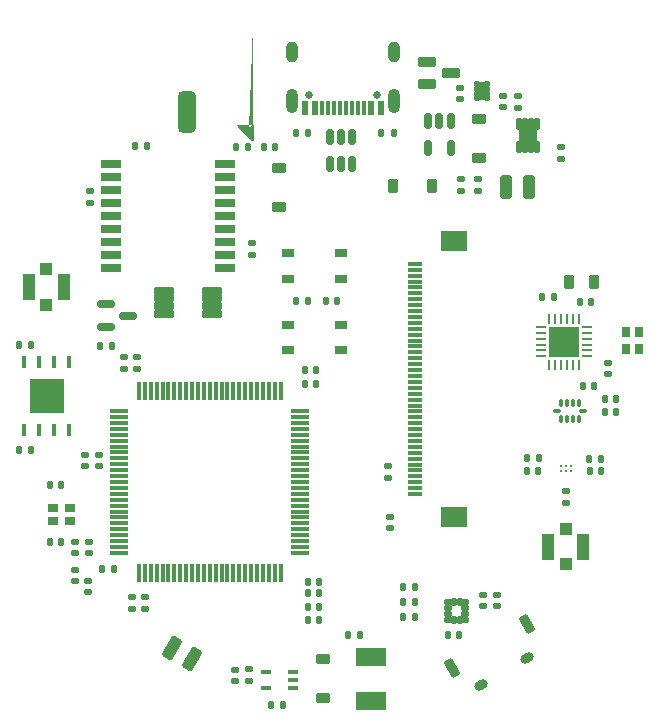
<source format=gbr>
%TF.GenerationSoftware,KiCad,Pcbnew,8.0.1*%
%TF.CreationDate,2024-08-18T17:01:31-04:00*%
%TF.ProjectId,stm32h7,73746d33-3268-4372-9e6b-696361645f70,rev?*%
%TF.SameCoordinates,Original*%
%TF.FileFunction,Soldermask,Top*%
%TF.FilePolarity,Negative*%
%FSLAX46Y46*%
G04 Gerber Fmt 4.6, Leading zero omitted, Abs format (unit mm)*
G04 Created by KiCad (PCBNEW 8.0.1) date 2024-08-18 17:01:31*
%MOMM*%
%LPD*%
G01*
G04 APERTURE LIST*
G04 Aperture macros list*
%AMRoundRect*
0 Rectangle with rounded corners*
0 $1 Rounding radius*
0 $2 $3 $4 $5 $6 $7 $8 $9 X,Y pos of 4 corners*
0 Add a 4 corners polygon primitive as box body*
4,1,4,$2,$3,$4,$5,$6,$7,$8,$9,$2,$3,0*
0 Add four circle primitives for the rounded corners*
1,1,$1+$1,$2,$3*
1,1,$1+$1,$4,$5*
1,1,$1+$1,$6,$7*
1,1,$1+$1,$8,$9*
0 Add four rect primitives between the rounded corners*
20,1,$1+$1,$2,$3,$4,$5,0*
20,1,$1+$1,$4,$5,$6,$7,0*
20,1,$1+$1,$6,$7,$8,$9,0*
20,1,$1+$1,$8,$9,$2,$3,0*%
%AMHorizOval*
0 Thick line with rounded ends*
0 $1 width*
0 $2 $3 position (X,Y) of the first rounded end (center of the circle)*
0 $4 $5 position (X,Y) of the second rounded end (center of the circle)*
0 Add line between two ends*
20,1,$1,$2,$3,$4,$5,0*
0 Add two circle primitives to create the rounded ends*
1,1,$1,$2,$3*
1,1,$1,$4,$5*%
%AMFreePoly0*
4,1,50,0.364509,0.373079,0.400557,0.358147,0.402331,0.356372,0.403779,0.355902,0.406374,0.352329,0.428147,0.330557,0.436043,0.311493,0.440106,0.305902,0.441186,0.299076,0.443079,0.294509,0.443090,0.287057,0.445000,0.275000,0.445000,-0.965000,0.443079,-0.984509,0.428147,-1.020558,0.426371,-1.022333,0.425902,-1.023779,0.422332,-1.026372,0.400558,-1.048147,0.381492,-1.056044,
0.375902,-1.060106,0.371686,-1.060106,0.364509,-1.063079,0.325491,-1.063079,0.318314,-1.060106,0.314098,-1.060106,0.305304,-1.054717,0.289443,-1.048147,0.281262,-1.039984,0.274289,-1.035711,-0.965711,0.204289,-0.978147,0.219443,-0.993079,0.255491,-0.993079,0.258002,-0.993769,0.259357,-0.993079,0.263713,-0.993079,0.294509,-0.985182,0.313573,-0.984101,0.320399,-0.981119,0.323380,
-0.978147,0.330557,-0.950557,0.358147,-0.943380,0.361119,-0.940399,0.364101,-0.930371,0.366508,-0.914509,0.373079,-0.902928,0.373096,-0.895000,0.375000,0.345000,0.375000,0.364509,0.373079,0.364509,0.373079,$1*%
G04 Aperture macros list end*
%ADD10RoundRect,0.140000X-0.140000X-0.170000X0.140000X-0.170000X0.140000X0.170000X-0.140000X0.170000X0*%
%ADD11RoundRect,0.140000X0.170000X-0.140000X0.170000X0.140000X-0.170000X0.140000X-0.170000X-0.140000X0*%
%ADD12RoundRect,0.135000X-0.135000X-0.185000X0.135000X-0.185000X0.135000X0.185000X-0.135000X0.185000X0*%
%ADD13RoundRect,0.140000X0.140000X0.170000X-0.140000X0.170000X-0.140000X-0.170000X0.140000X-0.170000X0*%
%ADD14RoundRect,0.147500X-0.172500X0.147500X-0.172500X-0.147500X0.172500X-0.147500X0.172500X0.147500X0*%
%ADD15RoundRect,0.218750X-0.218750X-0.381250X0.218750X-0.381250X0.218750X0.381250X-0.218750X0.381250X0*%
%ADD16R,1.000000X1.000000*%
%ADD17R,1.050000X2.200000*%
%ADD18RoundRect,0.225000X0.225000X0.375000X-0.225000X0.375000X-0.225000X-0.375000X0.225000X-0.375000X0*%
%ADD19RoundRect,0.135000X-0.185000X0.135000X-0.185000X-0.135000X0.185000X-0.135000X0.185000X0.135000X0*%
%ADD20R,1.300000X0.300000*%
%ADD21R,2.200000X1.800000*%
%ADD22RoundRect,0.150000X-0.150000X0.512500X-0.150000X-0.512500X0.150000X-0.512500X0.150000X0.512500X0*%
%ADD23R,0.900000X0.800000*%
%ADD24RoundRect,0.250000X0.250000X0.750000X-0.250000X0.750000X-0.250000X-0.750000X0.250000X-0.750000X0*%
%ADD25RoundRect,0.102000X-0.660400X-0.279400X0.660400X-0.279400X0.660400X0.279400X-0.660400X0.279400X0*%
%ADD26RoundRect,0.140000X-0.170000X0.140000X-0.170000X-0.140000X0.170000X-0.140000X0.170000X0.140000X0*%
%ADD27R,0.254000X0.254000*%
%ADD28RoundRect,0.150000X0.150000X-0.512500X0.150000X0.512500X-0.150000X0.512500X-0.150000X-0.512500X0*%
%ADD29RoundRect,0.102000X0.762000X0.228600X-0.762000X0.228600X-0.762000X-0.228600X0.762000X-0.228600X0*%
%ADD30R,0.800000X0.900000*%
%ADD31RoundRect,0.147500X0.147500X0.172500X-0.147500X0.172500X-0.147500X-0.172500X0.147500X-0.172500X0*%
%ADD32R,0.990600X0.711200*%
%ADD33RoundRect,0.225000X-0.375000X0.225000X-0.375000X-0.225000X0.375000X-0.225000X0.375000X0.225000X0*%
%ADD34RoundRect,0.225000X0.375000X-0.225000X0.375000X0.225000X-0.375000X0.225000X-0.375000X-0.225000X0*%
%ADD35RoundRect,0.135000X0.135000X0.185000X-0.135000X0.185000X-0.135000X-0.185000X0.135000X-0.185000X0*%
%ADD36R,1.800000X0.800000*%
%ADD37R,0.850001X0.399999*%
%ADD38RoundRect,0.113500X0.143500X0.113500X-0.143500X0.113500X-0.143500X-0.113500X0.143500X-0.113500X0*%
%ADD39RoundRect,0.102000X0.150000X0.650000X-0.150000X0.650000X-0.150000X-0.650000X0.150000X-0.650000X0*%
%ADD40HorizOval,0.800000X0.173205X0.100000X-0.173205X-0.100000X0*%
%ADD41RoundRect,0.131234X0.101625X-0.713551X0.567141X-0.444785X-0.101625X0.713551X-0.567141X0.444785X0*%
%ADD42R,2.500000X1.500000*%
%ADD43RoundRect,0.100000X0.100000X-0.425000X0.100000X0.425000X-0.100000X0.425000X-0.100000X-0.425000X0*%
%ADD44R,3.000000X3.000000*%
%ADD45RoundRect,0.250000X0.591506X0.524519X0.158494X0.774519X-0.591506X-0.524519X-0.158494X-0.774519X0*%
%ADD46RoundRect,0.075000X-0.075000X0.225000X-0.075000X-0.225000X0.075000X-0.225000X0.075000X0.225000X0*%
%ADD47RoundRect,0.075000X-0.237500X0.075000X-0.237500X-0.075000X0.237500X-0.075000X0.237500X0.075000X0*%
%ADD48FreePoly0,270.000000*%
%ADD49RoundRect,0.375000X-0.375000X1.375000X-0.375000X-1.375000X0.375000X-1.375000X0.375000X1.375000X0*%
%ADD50C,0.650000*%
%ADD51R,0.600000X1.240000*%
%ADD52R,0.300000X1.240000*%
%ADD53O,1.000000X2.100000*%
%ADD54O,1.000000X1.800000*%
%ADD55RoundRect,0.150000X-0.587500X-0.150000X0.587500X-0.150000X0.587500X0.150000X-0.587500X0.150000X0*%
%ADD56RoundRect,0.102000X-0.215000X-0.175000X0.215000X-0.175000X0.215000X0.175000X-0.215000X0.175000X0*%
%ADD57RoundRect,0.102000X0.175000X-0.215000X0.175000X0.215000X-0.175000X0.215000X-0.175000X-0.215000X0*%
%ADD58RoundRect,0.075000X-0.725000X-0.075000X0.725000X-0.075000X0.725000X0.075000X-0.725000X0.075000X0*%
%ADD59RoundRect,0.075000X-0.075000X-0.725000X0.075000X-0.725000X0.075000X0.725000X-0.075000X0.725000X0*%
%ADD60RoundRect,0.062500X0.350000X0.062500X-0.350000X0.062500X-0.350000X-0.062500X0.350000X-0.062500X0*%
%ADD61RoundRect,0.062500X0.062500X0.350000X-0.062500X0.350000X-0.062500X-0.350000X0.062500X-0.350000X0*%
%ADD62R,2.600000X2.600000*%
%ADD63RoundRect,0.059250X-0.177750X0.422750X-0.177750X-0.422750X0.177750X-0.422750X0.177750X0.422750X0*%
%ADD64RoundRect,0.102000X-0.650000X0.450000X-0.650000X-0.450000X0.650000X-0.450000X0.650000X0.450000X0*%
G04 APERTURE END LIST*
D10*
%TO.C,C27*%
X126820000Y-72400000D03*
X127780000Y-72400000D03*
%TD*%
%TO.C,C33*%
X138900000Y-93650000D03*
X139860000Y-93650000D03*
%TD*%
%TO.C,C11*%
X102620000Y-69100000D03*
X103580000Y-69100000D03*
%TD*%
%TO.C,C14*%
X123970000Y-99600000D03*
X124930000Y-99600000D03*
%TD*%
D11*
%TO.C,C39*%
X141900000Y-91260000D03*
X141900000Y-90300000D03*
%TD*%
D12*
%TO.C,R18*%
X102590000Y-78000000D03*
X103610000Y-78000000D03*
%TD*%
D10*
%TO.C,C16*%
X123320000Y-52400000D03*
X124280000Y-52400000D03*
%TD*%
D12*
%TO.C,R1*%
X126030000Y-65400000D03*
X127050000Y-65400000D03*
%TD*%
D13*
%TO.C,C18*%
X147880000Y-65100000D03*
X146920000Y-65100000D03*
%TD*%
D14*
%TO.C,L3*%
X108600000Y-56115000D03*
X108600000Y-57085000D03*
%TD*%
D12*
%TO.C,R12*%
X150890000Y-78800000D03*
X151910000Y-78800000D03*
%TD*%
D15*
%TO.C,L4*%
X149157500Y-63770000D03*
X151282500Y-63770000D03*
%TD*%
D16*
%TO.C,J4*%
X148900000Y-84700000D03*
D17*
X150375000Y-86200000D03*
D16*
X148900000Y-87700000D03*
D17*
X147425000Y-86200000D03*
%TD*%
D18*
%TO.C,D4*%
X137550000Y-55700000D03*
X134250000Y-55700000D03*
%TD*%
D19*
%TO.C,R9*%
X141450000Y-55090000D03*
X141450000Y-56110000D03*
%TD*%
D12*
%TO.C,R7*%
X133290000Y-51200000D03*
X134310000Y-51200000D03*
%TD*%
D10*
%TO.C,C30*%
X127050000Y-90100000D03*
X128010000Y-90100000D03*
%TD*%
D20*
%TO.C,J5*%
X136150000Y-81750000D03*
X136150000Y-81250000D03*
X136150000Y-80750000D03*
X136150000Y-80250000D03*
X136150000Y-79750000D03*
X136150000Y-79250000D03*
X136150000Y-78750000D03*
X136150000Y-78250000D03*
X136150000Y-77750000D03*
X136150000Y-77250000D03*
X136150000Y-76750000D03*
X136150000Y-76250000D03*
X136150000Y-75750000D03*
X136150000Y-75250000D03*
X136150000Y-74750000D03*
X136150000Y-74250000D03*
X136150000Y-73750000D03*
X136150000Y-73250000D03*
X136150000Y-72750000D03*
X136150000Y-72250000D03*
X136150000Y-71750000D03*
X136150000Y-71250000D03*
X136150000Y-70750000D03*
X136150000Y-70250000D03*
X136150000Y-69750000D03*
X136150000Y-69250000D03*
X136150000Y-68750000D03*
X136150000Y-68250000D03*
X136150000Y-67750000D03*
X136150000Y-67250000D03*
X136150000Y-66750000D03*
X136150000Y-66250000D03*
X136150000Y-65750000D03*
X136150000Y-65250000D03*
X136150000Y-64750000D03*
X136150000Y-64250000D03*
X136150000Y-63750000D03*
X136150000Y-63250000D03*
X136150000Y-62750000D03*
X136150000Y-62250000D03*
D21*
X139400000Y-83650000D03*
X139400000Y-60350000D03*
%TD*%
D22*
%TO.C,U4*%
X139150000Y-50150000D03*
X138200000Y-50150000D03*
X137250000Y-50150000D03*
X137250000Y-52425000D03*
X139150000Y-52425000D03*
%TD*%
D23*
%TO.C,Y1*%
X106900000Y-82900000D03*
X105500000Y-82900000D03*
X105500000Y-84000000D03*
X106900000Y-84000000D03*
%TD*%
D10*
%TO.C,C29*%
X127050000Y-89150000D03*
X128010000Y-89150000D03*
%TD*%
D11*
%TO.C,C3*%
X139900000Y-48310000D03*
X139900000Y-47350000D03*
%TD*%
D10*
%TO.C,C4*%
X105220000Y-85800000D03*
X106180000Y-85800000D03*
%TD*%
D24*
%TO.C,J2*%
X143800000Y-55750000D03*
X145800000Y-55750000D03*
%TD*%
D25*
%TO.C,U7*%
X137134000Y-45134800D03*
X137134000Y-47065200D03*
X139166000Y-46100000D03*
%TD*%
D10*
%TO.C,C20*%
X152220000Y-74800000D03*
X153180000Y-74800000D03*
%TD*%
D11*
%TO.C,C38*%
X143050000Y-91260000D03*
X143050000Y-90300000D03*
%TD*%
D26*
%TO.C,C24*%
X134000000Y-83650000D03*
X134000000Y-84610000D03*
%TD*%
D13*
%TO.C,C2*%
X128030000Y-91300000D03*
X127070000Y-91300000D03*
%TD*%
D27*
%TO.C,U12*%
X149299998Y-79400000D03*
X148899999Y-79400000D03*
X148500000Y-79400000D03*
X148500000Y-79806400D03*
X148899999Y-79806400D03*
X149299998Y-79806400D03*
%TD*%
D19*
%TO.C,R8*%
X140000000Y-55090000D03*
X140000000Y-56110000D03*
%TD*%
D26*
%TO.C,C9*%
X108500000Y-85770000D03*
X108500000Y-86730000D03*
%TD*%
D28*
%TO.C,U3*%
X128900000Y-53800000D03*
X129850000Y-53800000D03*
X130800000Y-53800000D03*
X130800000Y-51525000D03*
X129850000Y-51525000D03*
X128900000Y-51525000D03*
%TD*%
D29*
%TO.C,U5*%
X118932000Y-66465200D03*
X118932000Y-65830200D03*
X118932000Y-65169800D03*
X118932000Y-64534800D03*
X114868000Y-64534800D03*
X114868000Y-65169800D03*
X114868000Y-65830200D03*
X114868000Y-66465200D03*
%TD*%
D30*
%TO.C,Q1_Xtal1*%
X153980000Y-68050000D03*
X153980000Y-69450000D03*
X155080000Y-69450000D03*
X155080000Y-68050000D03*
%TD*%
D19*
%TO.C,R11*%
X148450000Y-52390000D03*
X148450000Y-53410000D03*
%TD*%
D31*
%TO.C,FB1*%
X110635000Y-88080000D03*
X109665000Y-88080000D03*
%TD*%
D19*
%TO.C,R19*%
X133850000Y-79340000D03*
X133850000Y-80360000D03*
%TD*%
D10*
%TO.C,C23*%
X152220000Y-73700000D03*
X153180000Y-73700000D03*
%TD*%
D12*
%TO.C,R16*%
X135090000Y-89600000D03*
X136110000Y-89600000D03*
%TD*%
D13*
%TO.C,C5*%
X106180000Y-81000000D03*
X105220000Y-81000000D03*
%TD*%
D32*
%TO.C,SW2*%
X125399998Y-67416501D03*
X129900000Y-67416501D03*
X125399998Y-69566499D03*
X129900000Y-69566499D03*
%TD*%
D12*
%TO.C,R15*%
X135090000Y-92150000D03*
X136110000Y-92150000D03*
%TD*%
D11*
%TO.C,C12*%
X143550000Y-49010000D03*
X143550000Y-48050000D03*
%TD*%
%TO.C,C34*%
X112600000Y-71130000D03*
X112600000Y-70170000D03*
%TD*%
D33*
%TO.C,D1*%
X141550000Y-49950000D03*
X141550000Y-53250000D03*
%TD*%
D34*
%TO.C,D3*%
X128350000Y-99000000D03*
X128350000Y-95700000D03*
%TD*%
D26*
%TO.C,C10*%
X107350000Y-85770000D03*
X107350000Y-86730000D03*
%TD*%
D19*
%TO.C,R2*%
X122050000Y-96590000D03*
X122050000Y-97610000D03*
%TD*%
D11*
%TO.C,C13*%
X144850000Y-49030000D03*
X144850000Y-48070000D03*
%TD*%
D26*
%TO.C,C22*%
X120850000Y-96620000D03*
X120850000Y-97580000D03*
%TD*%
D11*
%TO.C,C19*%
X148900000Y-82480000D03*
X148900000Y-81520000D03*
%TD*%
D13*
%TO.C,C32*%
X146580000Y-79800000D03*
X145620000Y-79800000D03*
%TD*%
D19*
%TO.C,R4*%
X122300000Y-60490000D03*
X122300000Y-61510000D03*
%TD*%
D35*
%TO.C,R3*%
X122000000Y-52400000D03*
X120980000Y-52400000D03*
%TD*%
D34*
%TO.C,D2*%
X124600000Y-57400000D03*
X124600000Y-54100000D03*
%TD*%
D36*
%TO.C,ATGM336H1*%
X110350000Y-53800000D03*
X110350000Y-56000000D03*
X120050000Y-62600000D03*
X120050000Y-61500000D03*
X120050000Y-60400000D03*
X120050000Y-59300000D03*
X120050000Y-58200000D03*
X120050000Y-57100000D03*
X120050000Y-54900000D03*
X120050000Y-53800000D03*
X110350000Y-54900000D03*
X110350000Y-58200000D03*
X110350000Y-60400000D03*
X110350000Y-61500000D03*
X110350000Y-57100000D03*
X110350000Y-59300000D03*
X110350000Y-62600000D03*
X120050000Y-56000000D03*
%TD*%
D13*
%TO.C,C15*%
X113400000Y-52300000D03*
X112440000Y-52300000D03*
%TD*%
D10*
%TO.C,C31*%
X150920000Y-79800000D03*
X151880000Y-79800000D03*
%TD*%
D35*
%TO.C,R10*%
X110460000Y-69200000D03*
X109440000Y-69200000D03*
%TD*%
D37*
%TO.C,U11*%
X125800000Y-98150000D03*
X125800000Y-97499999D03*
X125800000Y-96850000D03*
X123549999Y-96850000D03*
X123549999Y-98150000D03*
%TD*%
D38*
%TO.C,U2*%
X142255000Y-48243674D03*
X142255000Y-47843674D03*
X142255000Y-47443674D03*
X142255000Y-47043674D03*
X141345000Y-47043674D03*
X141345000Y-47443674D03*
X141345000Y-47843674D03*
X141345000Y-48243674D03*
D39*
X141800000Y-47643674D03*
%TD*%
D40*
%TO.C,SW1*%
X141742149Y-97881403D03*
X145630603Y-95636403D03*
D41*
X145650000Y-92750000D03*
X139232752Y-96455000D03*
%TD*%
D42*
%TO.C,L1*%
X132400000Y-99250000D03*
X132400000Y-95550000D03*
%TD*%
D43*
%TO.C,U9*%
X103045000Y-76300000D03*
X104315000Y-76300000D03*
X105585000Y-76300000D03*
X106855000Y-76300000D03*
X106855000Y-70600000D03*
X105585000Y-70600000D03*
X104315000Y-70600000D03*
X103045000Y-70600000D03*
D44*
X104950000Y-73450000D03*
%TD*%
D45*
%TO.C,J6*%
X115533974Y-94750001D03*
X117266026Y-95749999D03*
%TD*%
D46*
%TO.C,FL1*%
X150000000Y-74000000D03*
X149500000Y-74000000D03*
X149000000Y-74000000D03*
X148500000Y-74000000D03*
D47*
X148187500Y-74700000D03*
D46*
X148500000Y-75400000D03*
X149000000Y-75400000D03*
X149500000Y-75400000D03*
X150000000Y-75400000D03*
D47*
X150312500Y-74700000D03*
%TD*%
D48*
%TO.C,BT1*%
X122050000Y-50800000D03*
D49*
X116785000Y-49395000D03*
%TD*%
D13*
%TO.C,C1*%
X128030000Y-92450000D03*
X127070000Y-92450000D03*
%TD*%
D26*
%TO.C,C35*%
X108200000Y-78400000D03*
X108200000Y-79360000D03*
%TD*%
%TO.C,C17*%
X152500000Y-70620000D03*
X152500000Y-71580000D03*
%TD*%
D50*
%TO.C,J1*%
X132915000Y-47970000D03*
X127135000Y-47970000D03*
D51*
X133225000Y-49090000D03*
X132425000Y-49090000D03*
D52*
X131275000Y-49090000D03*
X130275000Y-49090000D03*
X129775000Y-49090000D03*
X128775000Y-49090000D03*
D51*
X127625000Y-49090000D03*
X126825000Y-49090000D03*
X126825000Y-49090000D03*
X127625000Y-49090000D03*
D52*
X128275000Y-49090000D03*
X129275000Y-49090000D03*
X130775000Y-49090000D03*
X131775000Y-49090000D03*
D51*
X132425000Y-49090000D03*
X133225000Y-49090000D03*
D53*
X134345000Y-48490000D03*
D54*
X134345000Y-44290000D03*
D53*
X125705000Y-48490000D03*
D54*
X125705000Y-44290000D03*
%TD*%
D32*
%TO.C,SW3*%
X125349998Y-61350000D03*
X129850000Y-61350000D03*
X125349998Y-63499998D03*
X129850000Y-63499998D03*
%TD*%
D55*
%TO.C,Q1*%
X109962500Y-65687500D03*
X109962500Y-67587500D03*
X111837500Y-66637500D03*
%TD*%
D11*
%TO.C,C28*%
X111450000Y-71130000D03*
X111450000Y-70170000D03*
%TD*%
D35*
%TO.C,R13*%
X146610000Y-78700000D03*
X145590000Y-78700000D03*
%TD*%
D10*
%TO.C,C6*%
X128570000Y-65400000D03*
X129530000Y-65400000D03*
%TD*%
D35*
%TO.C,R6*%
X127110000Y-51200000D03*
X126090000Y-51200000D03*
%TD*%
D31*
%TO.C,L5*%
X151285000Y-72600000D03*
X150315000Y-72600000D03*
%TD*%
D12*
%TO.C,R5*%
X130490000Y-93650000D03*
X131510000Y-93650000D03*
%TD*%
D26*
%TO.C,C25*%
X113250000Y-90500000D03*
X113250000Y-91460000D03*
%TD*%
D12*
%TO.C,R17*%
X135080000Y-90900000D03*
X136100000Y-90900000D03*
%TD*%
D26*
%TO.C,C37*%
X112150000Y-90500000D03*
X112150000Y-91460000D03*
%TD*%
%TO.C,C8*%
X108450000Y-89100000D03*
X108450000Y-90060000D03*
%TD*%
D56*
%TO.C,U8*%
X138910000Y-90900000D03*
X138910000Y-91400000D03*
X138910000Y-91900000D03*
X138910000Y-92400000D03*
D57*
X139405000Y-92395000D03*
X139905000Y-92395000D03*
D56*
X140400000Y-92400000D03*
X140400000Y-91900000D03*
X140400000Y-91400000D03*
X140400000Y-90900000D03*
D57*
X139905000Y-90905000D03*
X139405000Y-90905000D03*
%TD*%
D26*
%TO.C,C7*%
X107350000Y-88150000D03*
X107350000Y-89110000D03*
%TD*%
D58*
%TO.C,U1*%
X111075000Y-74725000D03*
X111075000Y-75225000D03*
X111075000Y-75725000D03*
X111075000Y-76225000D03*
X111075000Y-76725000D03*
X111075000Y-77225000D03*
X111075000Y-77725000D03*
X111075000Y-78225000D03*
X111075000Y-78725000D03*
X111075000Y-79225000D03*
X111075000Y-79725000D03*
X111075000Y-80225000D03*
X111075000Y-80725000D03*
X111075000Y-81225000D03*
X111075000Y-81725000D03*
X111075000Y-82225000D03*
X111075000Y-82725000D03*
X111075000Y-83225000D03*
X111075000Y-83725000D03*
X111075000Y-84225000D03*
X111075000Y-84725000D03*
X111075000Y-85225000D03*
X111075000Y-85725000D03*
X111075000Y-86225000D03*
X111075000Y-86725000D03*
D59*
X112750000Y-88400000D03*
X113250000Y-88400000D03*
X113750000Y-88400000D03*
X114250000Y-88400000D03*
X114750000Y-88400000D03*
X115250000Y-88400000D03*
X115750000Y-88400000D03*
X116250000Y-88400000D03*
X116750000Y-88400000D03*
X117250000Y-88400000D03*
X117750000Y-88400000D03*
X118250000Y-88400000D03*
X118750000Y-88400000D03*
X119250000Y-88400000D03*
X119750000Y-88400000D03*
X120250000Y-88400000D03*
X120750000Y-88400000D03*
X121250000Y-88400000D03*
X121750000Y-88400000D03*
X122250000Y-88400000D03*
X122750000Y-88400000D03*
X123250000Y-88400000D03*
X123750000Y-88400000D03*
X124250000Y-88400000D03*
X124750000Y-88400000D03*
D58*
X126425000Y-86725000D03*
X126425000Y-86225000D03*
X126425000Y-85725000D03*
X126425000Y-85225000D03*
X126425000Y-84725000D03*
X126425000Y-84225000D03*
X126425000Y-83725000D03*
X126425000Y-83225000D03*
X126425000Y-82725000D03*
X126425000Y-82225000D03*
X126425000Y-81725000D03*
X126425000Y-81225000D03*
X126425000Y-80725000D03*
X126425000Y-80225000D03*
X126425000Y-79725000D03*
X126425000Y-79225000D03*
X126425000Y-78725000D03*
X126425000Y-78225000D03*
X126425000Y-77725000D03*
X126425000Y-77225000D03*
X126425000Y-76725000D03*
X126425000Y-76225000D03*
X126425000Y-75725000D03*
X126425000Y-75225000D03*
X126425000Y-74725000D03*
D59*
X124750000Y-73050000D03*
X124250000Y-73050000D03*
X123750000Y-73050000D03*
X123250000Y-73050000D03*
X122750000Y-73050000D03*
X122250000Y-73050000D03*
X121750000Y-73050000D03*
X121250000Y-73050000D03*
X120750000Y-73050000D03*
X120250000Y-73050000D03*
X119750000Y-73050000D03*
X119250000Y-73050000D03*
X118750000Y-73050000D03*
X118250000Y-73050000D03*
X117750000Y-73050000D03*
X117250000Y-73050000D03*
X116750000Y-73050000D03*
X116250000Y-73050000D03*
X115750000Y-73050000D03*
X115250000Y-73050000D03*
X114750000Y-73050000D03*
X114250000Y-73050000D03*
X113750000Y-73050000D03*
X113250000Y-73050000D03*
X112750000Y-73050000D03*
%TD*%
D10*
%TO.C,C26*%
X126820000Y-71200000D03*
X127780000Y-71200000D03*
%TD*%
D60*
%TO.C,U6*%
X150697500Y-70090000D03*
X150697500Y-69590000D03*
X150697500Y-69090000D03*
X150697500Y-68590000D03*
X150697500Y-68090000D03*
X150697500Y-67590000D03*
D61*
X150010000Y-66902500D03*
X149510000Y-66902500D03*
X149010000Y-66902500D03*
X148510000Y-66902500D03*
X148010000Y-66902500D03*
X147510000Y-66902500D03*
D60*
X146822500Y-67590000D03*
X146822500Y-68090000D03*
X146822500Y-68590000D03*
X146822500Y-69090000D03*
X146822500Y-69590000D03*
X146822500Y-70090000D03*
D61*
X147510000Y-70777500D03*
X148010000Y-70777500D03*
X148510000Y-70777500D03*
X149010000Y-70777500D03*
X149510000Y-70777500D03*
X150010000Y-70777500D03*
D62*
X148760000Y-68840000D03*
%TD*%
D13*
%TO.C,C21*%
X151070000Y-65520000D03*
X150110000Y-65520000D03*
%TD*%
D16*
%TO.C,J3*%
X104900000Y-62700000D03*
D17*
X106375000Y-64200000D03*
D16*
X104900000Y-65700000D03*
D17*
X103425000Y-64200000D03*
%TD*%
D26*
%TO.C,C36*%
X109350000Y-78400000D03*
X109350000Y-79360000D03*
%TD*%
D63*
%TO.C,U10*%
X146450000Y-50400000D03*
X145950000Y-50400000D03*
X145450000Y-50400000D03*
X144950000Y-50400000D03*
X144950000Y-52370000D03*
X145450000Y-52370000D03*
X145950000Y-52370000D03*
X146450000Y-52370000D03*
D64*
X145700000Y-51385000D03*
%TD*%
M02*

</source>
